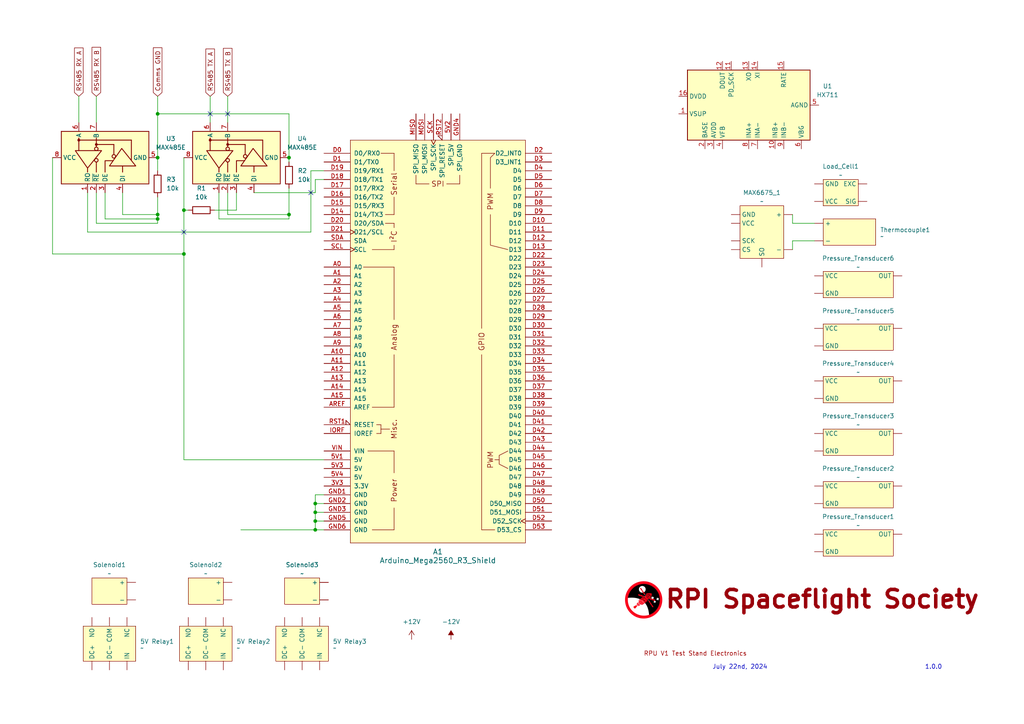
<source format=kicad_sch>
(kicad_sch (version 20231120) (generator "eeschema") (generator_version "8.0")
  (paper "A4")
  (lib_symbols
    (symbol "5VRelay:5V_Relay"
      (property "Reference" "5V Relay" (at 0 0 0))
      (symbol "5V_Relay_0_1"
        (rectangle (start -7.62 5.08) (end 7.62 -5.08) (fill (type background)))
      )
      (symbol "5V_Relay_1_1"
        (pin input line (at 0 7.62 270) (length 2.54) (name "COM") (number ""))
        (pin input line (at -5.08 -7.62 90) (length 2.54) (name "DC+") (number ""))
        (pin input line (at 0 -7.62 90) (length 2.54) (name "DC-") (number ""))
        (pin input line (at 5.08 -7.62 90) (length 2.54) (name "IN") (number ""))
        (pin input line (at 5.08 7.62 270) (length 2.54) (name "NC") (number ""))
        (pin input line (at -5.08 7.62 270) (length 2.54) (name "NO") (number ""))
      )
    )
    (symbol "Analog_ADC:HX711"
      (property "Reference" "U" (at 5.08 21.59 0))
      (property "Value" "HX711" (at 7.62 19.05 0))
      (symbol "HX711_0_1"
        (rectangle (start -10.16 17.78) (end 10.16 -17.78) (stroke (width 0.254)) (fill (type background)))
      )
      (symbol "HX711_1_1"
        (pin power_in line (at -2.54 20.32 270) (length 2.54) (name "VSUP") (number "1"))
        (pin input line (at -12.7 -7.62 0) (length 2.54) (name "INB+") (number "10"))
        (pin input line (at 12.7 5.08 180) (length 2.54) (name "PD_SCK") (number "11"))
        (pin output line (at 12.7 7.62 180) (length 2.54) (name "DOUT") (number "12"))
        (pin passive line (at 12.7 0 180) (length 2.54) (name "XO") (number "13"))
        (pin passive line (at 12.7 -2.54 180) (length 2.54) (name "XI") (number "14"))
        (pin input line (at 12.7 -10.16 180) (length 2.54) (name "RATE") (number "15"))
        (pin power_in line (at 2.54 20.32 270) (length 2.54) (name "DVDD") (number "16"))
        (pin passive line (at -12.7 12.7 0) (length 2.54) (name "BASE") (number "2"))
        (pin power_in line (at -12.7 10.16 0) (length 2.54) (name "AVDD") (number "3"))
        (pin input line (at -12.7 7.62 0) (length 2.54) (name "VFB") (number "4"))
        (pin power_in line (at 0 -20.32 90) (length 2.54) (name "AGND") (number "5"))
        (pin passive line (at -12.7 -15.24 0) (length 2.54) (name "VBG") (number "6"))
        (pin input line (at -12.7 -2.54 0) (length 2.54) (name "INA-") (number "7"))
        (pin input line (at -12.7 0 0) (length 2.54) (name "INA+") (number "8"))
        (pin input line (at -12.7 -10.16 0) (length 2.54) (name "INB-") (number "9"))
      )
    )
    (symbol "Device:R" (pin_numbers hide) (pin_names (offset 0))
      (property "Reference" "R" (at 2.032 0 90))
      (property "Value" "R" (at 0 0 90))
      (symbol "R_0_1"
        (rectangle (start -1.016 -2.54) (end 1.016 2.54) (stroke (width 0.254)))
      )
      (symbol "R_1_1"
        (pin passive line (at 0 3.81 270) (length 1.27) (name "~") (number "1"))
        (pin passive line (at 0 -3.81 90) (length 1.27) (name "~") (number "2"))
      )
    )
    (symbol "Interface_UART:MAX485E"
      (property "Reference" "U" (at -6.985 13.97 0))
      (property "Value" "MAX485E" (at 1.905 13.97 0))
      (symbol "MAX485E_0_1"
        (rectangle (start -7.62 12.7) (end 7.62 -12.7) (stroke (width 0.254)) (fill (type background)))
        (polyline (pts (xy -4.191 2.54) (xy -1.27 2.54)) (stroke (width 0.254)))
        (polyline (pts (xy -2.54 -5.08) (xy -4.191 -5.08)) (stroke (width 0.254)))
        (polyline (pts (xy -0.635 -7.62) (xy 5.08 -7.62)) (stroke (width 0.254)))
        (polyline (pts (xy 0.889 -2.54) (xy 3.81 -2.54)) (stroke (width 0.254)))
        (polyline (pts (xy 2.032 7.62) (xy 5.715 7.62)) (stroke (width 0.254)))
        (polyline (pts (xy 3.048 2.54) (xy 5.715 2.54)) (stroke (width 0.254)))
        (polyline (pts (xy 3.81 -2.54) (xy 3.81 2.54)) (stroke (width 0.254)))
        (polyline (pts (xy 5.08 -7.62) (xy 5.08 7.62)) (stroke (width 0.254)))
        (polyline (pts (xy -4.191 0) (xy -0.889 0) (xy -0.889 -2.286)) (stroke (width 0.254)))
        (polyline (pts (xy -3.175 5.08) (xy -4.191 5.08) (xy -4.064 5.08)) (stroke (width 0.254)))
        (polyline (pts (xy -2.413 -5.08) (xy -2.413 -1.27) (xy 2.667 -4.826) (xy -2.413 -8.89) (xy -2.413 -5.08)) (stroke (width 0.254)))
        (circle (center 0.381 -2.54) (radius 0.508) (stroke (width 0.254)))
        (circle (center 3.81 2.54) (radius 0.2794) (stroke (width 0.254)) (fill (type outline)))
      )
      (symbol "MAX485E_1_1"
        (circle (center -0.762 2.54) (radius 0.508) (stroke (width 0.254)))
        (polyline (pts (xy 2.032 4.826) (xy 2.032 8.636) (xy -3.048 5.08) (xy 2.032 1.016) (xy 2.032 4.826)) (stroke (width 0.254)))
        (circle (center 2.54 2.54) (radius 0.508) (stroke (width 0.254)))
        (circle (center 5.08 7.62) (radius 0.2794) (stroke (width 0.254)) (fill (type outline)))
        (pin output line (at -10.16 5.08 0) (length 2.54) (name "RO") (number "1"))
        (pin input line (at -10.16 2.54 0) (length 2.54) (name "~{RE}") (number "2"))
        (pin input line (at -10.16 0 0) (length 2.54) (name "DE") (number "3"))
        (pin input line (at -10.16 -5.08 0) (length 2.54) (name "DI") (number "4"))
        (pin power_in line (at 0 -15.24 90) (length 2.54) (name "GND") (number "5"))
        (pin bidirectional line (at 10.16 7.62 180) (length 2.54) (name "A") (number "6"))
        (pin bidirectional line (at 10.16 2.54 180) (length 2.54) (name "B") (number "7"))
        (pin power_in line (at 0 15.24 270) (length 2.54) (name "VCC") (number "8"))
      )
    )
    (symbol "MAX6675:MAX6675"
      (property "Reference" "MAX6675" (at 0 0 0))
      (symbol "MAX6675_0_1"
        (rectangle (start -6.35 7.62) (end 6.35 -7.62) (fill (type background)))
      )
      (symbol "MAX6675_1_1"
        (pin input line (at 8.89 5.08 180) (length 2.54) (name "+") (number ""))
        (pin input line (at 8.89 -5.08 180) (length 2.54) (name "-") (number ""))
        (pin input line (at -8.89 -5.08 0) (length 2.54) (name "CS") (number ""))
        (pin input line (at -8.89 5.08 0) (length 2.54) (name "GND") (number ""))
        (pin input line (at -8.89 -2.54 0) (length 2.54) (name "SCK") (number ""))
        (pin input line (at 0 -10.16 90) (length 2.54) (name "SO") (number ""))
        (pin input line (at -8.89 2.54 0) (length 2.54) (name "VCC") (number ""))
      )
    )
    (symbol "Sensors:Load_Cell"
      (property "Reference" "Load_Cell" (at 0 0 0))
      (symbol "Load_Cell_0_1"
        (rectangle (start -5.08 3.81) (end 5.08 -3.81) (fill (type background)))
      )
      (symbol "Load_Cell_1_1"
        (pin input line (at 7.62 2.54 180) (length 2.54) (name "EXC") (number ""))
        (pin input line (at -7.62 2.54 0) (length 2.54) (name "GND") (number ""))
        (pin input line (at 7.62 -2.54 180) (length 2.54) (name "SIG") (number ""))
        (pin input line (at -7.62 -2.54 0) (length 2.54) (name "VCC") (number ""))
      )
    )
    (symbol "Sensors:Pressure_Transducer"
      (property "Reference" "Pressure_Transducer" (at 0 0 0))
      (symbol "Pressure_Transducer_0_1"
        (rectangle (start -10.16 3.81) (end 10.16 -3.81) (fill (type background)))
      )
      (symbol "Pressure_Transducer_1_1"
        (pin input line (at -12.7 -2.54 0) (length 2.54) (name "GND") (number ""))
        (pin input line (at 12.7 2.54 180) (length 2.54) (name "OUT") (number ""))
        (pin input line (at -12.7 2.54 0) (length 2.54) (name "VCC") (number ""))
      )
    )
    (symbol "Sensors:Thermocouple"
      (property "Reference" "Thermocouple" (at 0 0 0))
      (symbol "Thermocouple_0_1"
        (rectangle (start -7.62 3.81) (end 7.62 -3.81) (fill (type background)))
      )
      (symbol "Thermocouple_1_1"
        (pin input line (at -10.16 2.54 0) (length 2.54) (name "+") (number ""))
        (pin input line (at -10.16 -2.54 0) (length 2.54) (name "-") (number ""))
      )
    )
    (symbol "Solenoids:Solenoid"
      (property "Reference" "Solenoid" (at 0 0 0))
      (symbol "Solenoid_0_1"
        (rectangle (start -5.08 3.81) (end 5.08 -3.81) (fill (type background)))
      )
      (symbol "Solenoid_1_1"
        (pin input line (at 7.62 2.54 180) (length 2.54) (name "+") (number ""))
        (pin input line (at 7.62 -2.54 180) (length 2.54) (name "-") (number ""))
      )
    )
    (symbol "arduino-library:Arduino_Mega2560_R3_Shield" (pin_names (offset 1.016))
      (property "Reference" "A" (at 0 -62.23 0))
      (property "Value" "Arduino_Mega2560_R3_Shield" (at 0 -66.04 0))
      (symbol "Arduino_Mega2560_R3_Shield_0_0"
        (rectangle (start -25.4 -58.42) (end 25.4 58.42) (fill (type background)))
        (rectangle (start -20.32 -31.75) (end -12.7 -31.75))
        (rectangle (start -19.05 -54.61) (end -12.7 -54.61))
        (rectangle (start -19.05 -19.05) (end -12.7 -19.05))
        (rectangle (start -19.05 26.67) (end -12.7 26.67))
        (rectangle (start -17.78 -26.67) (end -16.51 -26.67))
        (rectangle (start -17.78 -24.13) (end -16.51 -24.13))
        (rectangle (start -16.51 -25.4) (end -13.97 -25.4))
        (rectangle (start -16.51 -24.13) (end -16.51 -26.67))
        (rectangle (start -16.51 54.61) (end -12.7 54.61))
        (rectangle (start -15.24 34.29) (end -12.7 34.29))
        (rectangle (start -15.24 36.83) (end -12.7 36.83))
        (rectangle (start -12.7 -54.61) (end -12.7 -48.26))
        (rectangle (start -12.7 -31.75) (end -12.7 -38.1))
        (rectangle (start -12.7 26.67) (end -12.7 27.94))
        (rectangle (start -12.7 34.29) (end -12.7 33.02))
        (rectangle (start -12.7 41.91) (end -12.7 36.83))
        (rectangle (start -12.7 49.53) (end -12.7 54.61))
        (rectangle (start -6.35 48.26) (end -6.35 45.72))
        (rectangle (start -2.54 45.72) (end -6.35 45.72))
        (polyline (pts (xy -21.59 21.59) (xy -12.7 21.59)))
        (polyline (pts (xy -12.7 -19.05) (xy -12.7 -3.81)))
        (polyline (pts (xy -12.7 6.35) (xy -12.7 21.59)))
        (polyline (pts (xy 12.7 -54.61) (xy 16.51 -54.61)))
        (polyline (pts (xy 12.7 54.61) (xy 16.51 54.61)))
        (polyline (pts (xy 17.78 -34.29) (xy 16.51 -34.29)))
        (polyline (pts (xy 15.24 36.83) (xy 15.24 27.94) (xy 20.32 26.67)))
        (polyline (pts (xy 15.24 44.45) (xy 15.24 53.34) (xy 16.51 54.61)))
        (polyline (pts (xy 20.32 -31.75) (xy 17.78 -33.02) (xy 17.78 -35.56) (xy 20.32 -36.83)))
        (rectangle (start 6.35 45.72) (end 2.54 45.72))
        (rectangle (start 6.35 48.26) (end 6.35 45.72))
        (text "Analog" (at -12.7 1.27 900) (effects (font (size 1.524 1.524))))
        (text "I²C" (at -12.7 30.48 900) (effects (font (size 1.524 1.524))))
        (text "Misc." (at -12.7 -25.4 900) (effects (font (size 1.524 1.524))))
        (text "Power" (at -12.7 -43.18 900) (effects (font (size 1.524 1.524))))
        (text "PWM" (at 15.24 -34.29 900) (effects (font (size 1.524 1.524))))
        (text "PWM" (at 15.24 40.64 900) (effects (font (size 1.524 1.524))))
        (text "Serial" (at -12.7 45.72 900) (effects (font (size 1.524 1.524))))
        (text "SPI" (at 0 45.72 0) (effects (font (size 1.524 1.524))))
      )
      (symbol "Arduino_Mega2560_R3_Shield_1_0"
        (rectangle (start 12.7 -54.61) (end 12.7 -3.81))
        (rectangle (start 12.7 54.61) (end 12.7 3.81))
        (text "GPIO" (at 12.7 0 900) (effects (font (size 1.524 1.524))))
      )
      (symbol "Arduino_Mega2560_R3_Shield_1_1"
        (pin power_out line (at -33.02 -41.91 0) (length 7.62) (name "3.3V") (number "3V3"))
        (pin power_in line (at -33.02 -34.29 0) (length 7.62) (name "5V") (number "5V1"))
        (pin power_in line (at 3.81 66.04 270) (length 7.62) (name "SPI_5V") (number "5V2"))
        (pin power_in line (at -33.02 -36.83 0) (length 7.62) (name "5V") (number "5V3"))
        (pin power_in line (at -33.02 -39.37 0) (length 7.62) (name "5V") (number "5V4"))
        (pin bidirectional line (at -33.02 21.59 0) (length 7.62) (name "A0") (number "A0"))
        (pin bidirectional line (at -33.02 19.05 0) (length 7.62) (name "A1") (number "A1"))
        (pin bidirectional line (at -33.02 -3.81 0) (length 7.62) (name "A10") (number "A10"))
        (pin bidirectional line (at -33.02 -6.35 0) (length 7.62) (name "A11") (number "A11"))
        (pin bidirectional line (at -33.02 -8.89 0) (length 7.62) (name "A12") (number "A12"))
        (pin bidirectional line (at -33.02 -11.43 0) (length 7.62) (name "A13") (number "A13"))
        (pin bidirectional line (at -33.02 -13.97 0) (length 7.62) (name "A14") (number "A14"))
        (pin bidirectional line (at -33.02 -16.51 0) (length 7.62) (name "A15") (number "A15"))
        (pin bidirectional line (at -33.02 16.51 0) (length 7.62) (name "A2") (number "A2"))
        (pin bidirectional line (at -33.02 13.97 0) (length 7.62) (name "A3") (number "A3"))
        (pin bidirectional line (at -33.02 11.43 0) (length 7.62) (name "A4") (number "A4"))
        (pin bidirectional line (at -33.02 8.89 0) (length 7.62) (name "A5") (number "A5"))
        (pin bidirectional line (at -33.02 6.35 0) (length 7.62) (name "A6") (number "A6"))
        (pin bidirectional line (at -33.02 3.81 0) (length 7.62) (name "A7") (number "A7"))
        (pin bidirectional line (at -33.02 1.27 0) (length 7.62) (name "A8") (number "A8"))
        (pin bidirectional line (at -33.02 -1.27 0) (length 7.62) (name "A9") (number "A9"))
        (pin input line (at -33.02 -19.05 0) (length 7.62) (name "AREF") (number "AREF"))
        (pin bidirectional line (at -33.02 54.61 0) (length 7.62) (name "D0/RX0") (number "D0"))
        (pin bidirectional line (at -33.02 52.07 0) (length 7.62) (name "D1/TX0") (number "D1"))
        (pin bidirectional line (at 33.02 34.29 180) (length 7.62) (name "D10") (number "D10"))
        (pin bidirectional line (at 33.02 31.75 180) (length 7.62) (name "D11") (number "D11"))
        (pin bidirectional line (at 33.02 29.21 180) (length 7.62) (name "D12") (number "D12"))
        (pin bidirectional line (at 33.02 26.67 180) (length 7.62) (name "D13") (number "D13"))
        (pin bidirectional line (at -33.02 36.83 0) (length 7.62) (name "D14/TX3") (number "D14"))
        (pin bidirectional line (at -33.02 39.37 0) (length 7.62) (name "D15/RX3") (number "D15"))
        (pin bidirectional line (at -33.02 41.91 0) (length 7.62) (name "D16/TX2") (number "D16"))
        (pin bidirectional line (at -33.02 44.45 0) (length 7.62) (name "D17/RX2") (number "D17"))
        (pin bidirectional line (at -33.02 46.99 0) (length 7.62) (name "D18/TX1") (number "D18"))
        (pin bidirectional line (at -33.02 49.53 0) (length 7.62) (name "D19/RX1") (number "D19"))
        (pin bidirectional line (at 33.02 54.61 180) (length 7.62) (name "D2_INT0") (number "D2"))
        (pin bidirectional line (at -33.02 34.29 0) (length 7.62) (name "D20/SDA") (number "D20"))
        (pin bidirectional clock (at -33.02 31.75 0) (length 7.62) (name "D21/SCL") (number "D21"))
        (pin bidirectional line (at 33.02 24.13 180) (length 7.62) (name "D22") (number "D22"))
        (pin bidirectional line (at 33.02 21.59 180) (length 7.62) (name "D23") (number "D23"))
        (pin bidirectional line (at 33.02 19.05 180) (length 7.62) (name "D24") (number "D24"))
        (pin bidirectional line (at 33.02 16.51 180) (length 7.62) (name "D25") (number "D25"))
        (pin bidirectional line (at 33.02 13.97 180) (length 7.62) (name "D26") (number "D26"))
        (pin bidirectional line (at 33.02 11.43 180) (length 7.62) (name "D27") (number "D27"))
        (pin bidirectional line (at 33.02 8.89 180) (length 7.62) (name "D28") (number "D28"))
        (pin bidirectional line (at 33.02 6.35 180) (length 7.62) (name "D29") (number "D29"))
        (pin bidirectional line (at 33.02 52.07 180) (length 7.62) (name "D3_INT1") (number "D3"))
        (pin bidirectional line (at 33.02 3.81 180) (length 7.62) (name "D30") (number "D30"))
        (pin bidirectional line (at 33.02 1.27 180) (length 7.62) (name "D31") (number "D31"))
        (pin bidirectional line (at 33.02 -1.27 180) (length 7.62) (name "D32") (number "D32"))
        (pin bidirectional line (at 33.02 -3.81 180) (length 7.62) (name "D33") (number "D33"))
        (pin bidirectional line (at 33.02 -6.35 180) (length 7.62) (name "D34") (number "D34"))
        (pin bidirectional line (at 33.02 -8.89 180) (length 7.62) (name "D35") (number "D35"))
        (pin bidirectional line (at 33.02 -11.43 180) (length 7.62) (name "D36") (number "D36"))
        (pin bidirectional line (at 33.02 -13.97 180) (length 7.62) (name "D37") (number "D37"))
        (pin bidirectional line (at 33.02 -16.51 180) (length 7.62) (name "D38") (number "D38"))
        (pin bidirectional line (at 33.02 -19.05 180) (length 7.62) (name "D39") (number "D39"))
        (pin bidirectional line (at 33.02 49.53 180) (length 7.62) (name "D4") (number "D4"))
        (pin bidirectional line (at 33.02 -21.59 180) (length 7.62) (name "D40") (number "D40"))
        (pin bidirectional line (at 33.02 -24.13 180) (length 7.62) (name "D41") (number "D41"))
        (pin bidirectional line (at 33.02 -26.67 180) (length 7.62) (name "D42") (number "D42"))
        (pin bidirectional line (at 33.02 -29.21 180) (length 7.62) (name "D43") (number "D43"))
        (pin bidirectional line (at 33.02 -31.75 180) (length 7.62) (name "D44") (number "D44"))
        (pin bidirectional line (at 33.02 -34.29 180) (length 7.62) (name "D45") (number "D45"))
        (pin bidirectional line (at 33.02 -36.83 180) (length 7.62) (name "D46") (number "D46"))
        (pin bidirectional line (at 33.02 -39.37 180) (length 7.62) (name "D47") (number "D47"))
        (pin bidirectional line (at 33.02 -41.91 180) (length 7.62) (name "D48") (number "D48"))
        (pin bidirectional line (at 33.02 -44.45 180) (length 7.62) (name "D49") (number "D49"))
        (pin bidirectional line (at 33.02 46.99 180) (length 7.62) (name "D5") (number "D5"))
        (pin bidirectional line (at 33.02 -46.99 180) (length 7.62) (name "D50_MISO") (number "D50"))
        (pin bidirectional line (at 33.02 -49.53 180) (length 7.62) (name "D51_MOSI") (number "D51"))
        (pin bidirectional clock (at 33.02 -52.07 180) (length 7.62) (name "D52_SCK") (number "D52"))
        (pin bidirectional line (at 33.02 -54.61 180) (length 7.62) (name "D53_CS") (number "D53"))
        (pin bidirectional line (at 33.02 44.45 180) (length 7.62) (name "D6") (number "D6"))
        (pin bidirectional line (at 33.02 41.91 180) (length 7.62) (name "D7") (number "D7"))
        (pin bidirectional line (at 33.02 39.37 180) (length 7.62) (name "D8") (number "D8"))
        (pin bidirectional line (at 33.02 36.83 180) (length 7.62) (name "D9") (number "D9"))
        (pin power_in line (at -33.02 -44.45 0) (length 7.62) (name "GND") (number "GND1"))
        (pin power_in line (at -33.02 -46.99 0) (length 7.62) (name "GND") (number "GND2"))
        (pin power_in line (at -33.02 -49.53 0) (length 7.62) (name "GND") (number "GND3"))
        (pin power_in line (at 6.35 66.04 270) (length 7.62) (name "SPI_GND") (number "GND4"))
        (pin power_in line (at -33.02 -52.07 0) (length 7.62) (name "GND") (number "GND5"))
        (pin power_in line (at -33.02 -54.61 0) (length 7.62) (name "GND") (number "GND6"))
        (pin output line (at -33.02 -26.67 0) (length 7.62) (name "IOREF") (number "IORF"))
        (pin input line (at -6.35 66.04 270) (length 7.62) (name "SPI_MISO") (number "MISO"))
        (pin output line (at -3.81 66.04 270) (length 7.62) (name "SPI_MOSI") (number "MOSI"))
        (pin open_collector input_low (at -33.02 -24.13 0) (length 7.62) (name "RESET") (number "RST1"))
        (pin open_collector input_low (at 1.27 66.04 270) (length 7.62) (name "SPI_RESET") (number "RST2"))
        (pin output clock (at -1.27 66.04 270) (length 7.62) (name "SPI_SCK") (number "SCK"))
        (pin bidirectional clock (at -33.02 26.67 0) (length 7.62) (name "SCL") (number "SCL"))
        (pin bidirectional line (at -33.02 29.21 0) (length 7.62) (name "SDA") (number "SDA"))
        (pin power_in line (at -33.02 -31.75 0) (length 7.62) (name "VIN") (number "VIN"))
      )
    )
    (symbol "power:+12V" (power) (pin_numbers hide) (pin_names (offset 0) hide)
      (property "Value" "+12V" (at 0 3.556 0))
      (symbol "+12V_0_1"
        (polyline (pts (xy -0.762 1.27) (xy 0 2.54)))
        (polyline (pts (xy 0 0) (xy 0 2.54)))
        (polyline (pts (xy 0 2.54) (xy 0.762 1.27)))
      )
      (symbol "+12V_1_1"
        (pin power_in line (at 0 0 90) (length 0) (name "~") (number "1"))
      )
    )
    (symbol "power:-12V" (power) (pin_numbers hide) (pin_names (offset 0) hide)
      (property "Value" "-12V" (at 0 3.556 0))
      (symbol "-12V_0_0"
        (pin power_in line (at 0 0 90) (length 0) (name "~") (number "1"))
      )
      (symbol "-12V_0_1"
        (polyline (pts (xy 0 0) (xy 0 1.27) (xy 0.762 1.27) (xy 0 2.54) (xy -0.762 1.27) (xy 0 1.27)) (fill (type outline)))
      )
    )
  )
  (junction (at 91.44 148.59))
  (junction (at 91.44 151.13))
  (junction (at 53.34 60.96))
  (junction (at 45.72 45.72))
  (junction (at 53.34 73.66))
  (junction (at 45.72 62.23))
  (junction (at 83.82 45.72))
  (junction (at 45.72 33.02))
  (junction (at 45.72 63.5))
  (junction (at 91.44 146.05))
  (junction (at 83.82 62.23))
  (junction (at 91.44 153.67))
  (no_connect (at 60.96 33.02))
  (no_connect (at 90.17 55.88))
  (no_connect (at 66.04 33.02))
  (no_connect (at 53.34 67.31))
  (wire (pts (xy 27.94 64.77) (xy 45.72 64.77)))
  (wire (pts (xy 83.82 63.5) (xy 83.82 62.23)))
  (wire (pts (xy 91.44 143.51) (xy 93.98 143.51)))
  (wire (pts (xy 91.44 146.05) (xy 93.98 146.05)))
  (wire (pts (xy 35.56 62.23) (xy 45.72 62.23)))
  (wire (pts (xy 30.48 55.88) (xy 30.48 63.5)))
  (wire (pts (xy 62.23 60.96) (xy 68.58 60.96)))
  (wire (pts (xy 91.44 153.67) (xy 91.44 151.13)))
  (wire (pts (xy 229.87 62.23) (xy 229.87 64.77)))
  (wire (pts (xy 53.34 60.96) (xy 54.61 60.96)))
  (wire (pts (xy 68.58 55.88) (xy 68.58 60.96)))
  (wire (pts (xy 45.72 63.5) (xy 45.72 62.23)))
  (wire (pts (xy 91.44 148.59) (xy 91.44 146.05)))
  (wire (pts (xy 60.96 27.94) (xy 60.96 35.56)))
  (wire (pts (xy 45.72 64.77) (xy 45.72 63.5)))
  (wire (pts (xy 53.34 133.35) (xy 93.98 133.35)))
  (wire (pts (xy 63.5 63.5) (xy 83.82 63.5)))
  (wire (pts (xy 90.17 67.31) (xy 90.17 49.53)))
  (wire (pts (xy 229.87 72.39) (xy 229.87 69.85)))
  (wire (pts (xy 91.44 55.88) (xy 73.66 55.88)))
  (wire (pts (xy 66.04 62.23) (xy 83.82 62.23)))
  (wire (pts (xy 35.56 55.88) (xy 35.56 62.23)))
  (wire (pts (xy 25.4 55.88) (xy 25.4 67.31)))
  (wire (pts (xy 15.24 73.66) (xy 53.34 73.66)))
  (wire (pts (xy 53.34 73.66) (xy 53.34 133.35)))
  (wire (pts (xy 45.72 33.02) (xy 45.72 45.72)))
  (wire (pts (xy 83.82 62.23) (xy 83.82 54.61)))
  (wire (pts (xy 22.86 27.94) (xy 22.86 35.56)))
  (wire (pts (xy 45.72 27.94) (xy 45.72 33.02)))
  (wire (pts (xy 27.94 27.94) (xy 27.94 35.56)))
  (wire (pts (xy 66.04 55.88) (xy 66.04 62.23)))
  (wire (pts (xy 53.34 45.72) (xy 53.34 60.96)))
  (wire (pts (xy 91.44 151.13) (xy 93.98 151.13)))
  (wire (pts (xy 53.34 60.96) (xy 53.34 73.66)))
  (wire (pts (xy 27.94 55.88) (xy 27.94 64.77)))
  (wire (pts (xy 83.82 45.72) (xy 83.82 33.02)))
  (wire (pts (xy 45.72 49.53) (xy 45.72 45.72)))
  (wire (pts (xy 66.04 27.94) (xy 66.04 35.56)))
  (wire (pts (xy 93.98 52.07) (xy 91.44 52.07)))
  (wire (pts (xy 91.44 148.59) (xy 93.98 148.59)))
  (wire (pts (xy 25.4 67.31) (xy 90.17 67.31)))
  (wire (pts (xy 229.87 64.77) (xy 236.22 64.77)))
  (wire (pts (xy 15.24 45.72) (xy 15.24 73.66)))
  (wire (pts (xy 91.44 146.05) (xy 91.44 143.51)))
  (wire (pts (xy 45.72 62.23) (xy 45.72 57.15)))
  (wire (pts (xy 30.48 63.5) (xy 45.72 63.5)))
  (wire (pts (xy 91.44 153.67) (xy 93.98 153.67)))
  (wire (pts (xy 229.87 69.85) (xy 236.22 69.85)))
  (wire (pts (xy 63.5 55.88) (xy 63.5 63.5)))
  (wire (pts (xy 83.82 46.99) (xy 83.82 45.72)))
  (wire (pts (xy 83.82 33.02) (xy 45.72 33.02)))
  (wire (pts (xy 69.85 153.67) (xy 91.44 153.67)))
  (wire (pts (xy 91.44 151.13) (xy 91.44 148.59)))
  (wire (pts (xy 91.44 52.07) (xy 91.44 55.88)))
  (wire (pts (xy 90.17 49.53) (xy 93.98 49.53)))
  (image (at 186.69 173.99) (scale 0.132736))
  (text "RPU V1 Test Stand Electronics" (exclude_from_sim yes) (at 201.676 189.738 0) (effects (font (size 1.27 1.27))))
  (text "RPI Spaceflight Society" (at 238.506 173.99 0) (effects (font (size 5.08 5.08) (thickness 1.016) (bold yes))))
  (text "July 22nd, 2024" (at 214.63 193.548 0) (effects (font (size 1.27 1.27))))
  (text "1.0.0" (at 270.764 193.548 0) (effects (font (size 1.27 1.27))))
  (global_label "RS485 TX A" (shape input) (at 60.96 27.94 90) (property "Intersheetrefs" "${INTERSHEET_REFS}" (effects (hide yes))))
  (global_label "RS485 TX B" (shape input) (at 66.04 27.94 90) (property "Intersheetrefs" "${INTERSHEET_REFS}" (effects (hide yes))))
  (global_label "RS485 RX A" (shape input) (at 22.86 27.94 90) (property "Intersheetrefs" "${INTERSHEET_REFS}" (effects (hide yes))))
  (global_label "Comms GND" (shape input) (at 45.72 27.94 90) (property "Intersheetrefs" "${INTERSHEET_REFS}" (effects (hide yes))))
  (global_label "RS485 RX B" (shape input) (at 27.94 27.94 90) (property "Intersheetrefs" "${INTERSHEET_REFS}" (effects (hide yes))))
  (symbol (lib_id "Device:R") (at 45.72 53.34 180) (unit 1)
    (property "Reference" "R3" (at 48.26 52.0699 0) (effects (justify right)))
    (property "Value" "10k" (at 48.26 54.6099 0) (effects (justify right)))
    (property "Description" "Resistor" (effects (hide yes)))
  )
  (symbol (lib_name "5VRelay:5V_Relay") (lib_id "5VRelay:5V_Relay") (at 31.75 186.69 0) (unit 1)
    (property "Reference" "5V Relay1" (at 40.64 186.0549 0) (effects (justify left)))
    (property "Value" "~" (at 40.64 187.96 0) (effects (justify left)))
  )
  (symbol (lib_id "Sensors:Load_Cell") (at 243.84 55.88 0) (unit 1)
    (property "Reference" "Load_Cell1" (at 243.84 48.26 0))
    (property "Value" "~" (at 243.84 50.8 0))
  )
  (symbol (lib_id "arduino-library:Arduino_Mega2560_R3_Shield") (at 127 99.06 0) (unit 1)
    (property "Reference" "A1" (at 127 160.02 0) (effects (font (size 1.524 1.524))))
    (property "Value" "Arduino_Mega2560_R3_Shield" (at 127 162.56 0) (effects (font (size 1.524 1.524))))
    (property "Footprint" "PCM_arduino-library:Arduino_Mega2560_R3_Shield" (effects (hide yes)))
    (property "Datasheet" "https://docs.arduino.cc/hardware/mega-2560" (effects (hide yes)))
    (property "Description" "Shield for Arduino Mega 2560 R3" (effects (hide yes)))
  )
  (symbol (lib_id "Device:R") (at 58.42 60.96 90) (unit 1)
    (property "Reference" "R1" (at 58.42 54.61 90))
    (property "Value" "10k" (at 58.42 57.15 90))
    (property "Description" "Resistor" (effects (hide yes)))
  )
  (symbol (lib_id "power:+12V") (at 119.38 185.42 0) (unit 1)
    (property "Reference" "#PWR01" (effects (hide yes)))
    (property "Value" "+12V" (at 119.38 180.34 0))
    (property "Description" "Power symbol creates a global label with name \"+12V\"" (effects (hide yes)))
  )
  (symbol (lib_name "Solenoids:Solenoid") (lib_id "Solenoids:Solenoid") (at 87.63 171.45 0) (unit 1)
    (property "Reference" "Solenoid3" (at 87.63 163.83 0))
    (property "Value" "~" (at 87.63 166.37 0))
  )
  (symbol (lib_name "5VRelay:5V_Relay") (lib_id "5VRelay:5V_Relay") (at 59.69 186.69 0) (unit 1)
    (property "Reference" "5V Relay2" (at 68.58 186.0549 0) (effects (justify left)))
    (property "Value" "~" (at 68.58 187.96 0) (effects (justify left)))
  )
  (symbol (lib_name "5VRelay:5V_Relay") (lib_id "5VRelay:5V_Relay") (at 87.63 186.69 0) (unit 1)
    (property "Reference" "5V Relay3" (at 96.52 186.0549 0) (effects (justify left)))
    (property "Value" "~" (at 96.52 187.96 0) (effects (justify left)))
  )
  (symbol (lib_name "Solenoids:Solenoid") (lib_id "Solenoids:Solenoid") (at 31.75 171.45 0) (unit 1)
    (property "Reference" "Solenoid1" (at 31.75 163.83 0))
    (property "Value" "~" (at 31.75 166.37 0))
  )
  (symbol (lib_id "MAX6675:MAX6675") (at 220.98 67.31 0) (unit 1)
    (property "Reference" "MAX6675_1" (at 220.98 55.88 0))
    (property "Value" "~" (at 220.98 58.42 0))
  )
  (symbol (lib_name "Sensors:Pressure_Transducer") (lib_id "Sensors:Pressure_Transducer") (at 248.92 143.51 0) (unit 1)
    (property "Reference" "Pressure_Transducer2" (at 248.92 135.89 0))
    (property "Value" "~" (at 248.92 138.43 0))
  )
  (symbol (lib_name "Sensors:Pressure_Transducer") (lib_id "Sensors:Pressure_Transducer") (at 248.92 157.48 0) (unit 1)
    (property "Reference" "Pressure_Transducer1" (at 248.92 149.86 0))
    (property "Value" "~" (at 248.92 152.4 0))
  )
  (symbol (lib_id "Interface_UART:MAX485E") (at 30.48 45.72 90) (unit 1)
    (property "Reference" "U3" (at 49.53 40.2238 90))
    (property "Value" "MAX485E" (at 49.53 42.7638 90))
    (property "Footprint" "Package_SO:SOIC-8_3.9x4.9mm_P1.27mm" (effects (hide yes)))
    (property "Datasheet" "https://datasheets.maximintegrated.com/en/ds/MAX1487E-MAX491E.pdf" (effects (hide yes)))
    (property "Description" "Half duplex RS-485/RS-422, 2.5 Mbps, ±15kV electro-static discharge (ESD) protection, no slew-rate, no low-power shutdown, with receiver/driver enable, 32 receiver drive capability, DIP-8 and SOIC-8" (effects (hide yes)))
  )
  (symbol (lib_name "Sensors:Pressure_Transducer") (lib_id "Sensors:Pressure_Transducer") (at 248.92 97.79 0) (unit 1)
    (property "Reference" "Pressure_Transducer5" (at 248.92 90.17 0))
    (property "Value" "~" (at 248.92 92.71 0))
  )
  (symbol (lib_name "Sensors:Pressure_Transducer") (lib_id "Sensors:Pressure_Transducer") (at 248.92 128.27 0) (unit 1)
    (property "Reference" "Pressure_Transducer3" (at 248.92 120.65 0))
    (property "Value" "~" (at 248.92 123.19 0))
  )
  (symbol (lib_id "Device:R") (at 83.82 50.8 180) (unit 1)
    (property "Reference" "R2" (at 86.36 49.5299 0) (effects (justify right)))
    (property "Value" "10k" (at 86.36 52.0699 0) (effects (justify right)))
    (property "Description" "Resistor" (effects (hide yes)))
  )
  (symbol (lib_id "Analog_ADC:HX711") (at 217.17 30.48 90) (unit 1)
    (property "Reference" "U1" (at 240.03 24.9838 90))
    (property "Value" "HX711" (at 240.03 27.5238 90))
    (property "Footprint" "Package_SO:SOP-16_3.9x9.9mm_P1.27mm" (effects (hide yes)))
    (property "Datasheet" "https://web.archive.org/web/20220615044707/https://akizukidenshi.com/download/ds/avia/hx711.pdf" (effects (hide yes)))
    (property "Description" "24-Bit Analog-to-Digital Converter (ADC) for Weight Scales" (effects (hide yes)))
  )
  (symbol (lib_name "Solenoids:Solenoid") (lib_id "Solenoids:Solenoid") (at 59.69 171.45 0) (unit 1)
    (property "Reference" "Solenoid2" (at 59.69 163.83 0))
    (property "Value" "~" (at 59.69 166.37 0))
  )
  (symbol (lib_id "power:-12V") (at 130.81 185.42 0) (unit 1)
    (property "Reference" "#PWR02" (effects (hide yes)))
    (property "Value" "-12V" (at 130.81 180.34 0))
    (property "Description" "Power symbol creates a global label with name \"-12V\"" (effects (hide yes)))
  )
  (symbol (lib_name "Sensors:Pressure_Transducer") (lib_id "Sensors:Pressure_Transducer") (at 248.92 113.03 0) (unit 1)
    (property "Reference" "Pressure_Transducer4" (at 248.92 105.41 0))
    (property "Value" "~" (at 248.92 107.95 0))
  )
  (symbol (lib_id "Sensors:Thermocouple") (at 246.38 67.31 0) (unit 1)
    (property "Reference" "Thermocouple1" (at 255.27 66.6749 0) (effects (justify left)))
    (property "Value" "~" (at 255.27 68.58 0) (effects (justify left)))
  )
  (symbol (lib_name "Sensors:Pressure_Transducer") (lib_id "Sensors:Pressure_Transducer") (at 248.92 82.55 0) (unit 1)
    (property "Reference" "Pressure_Transducer6" (at 248.92 74.93 0))
    (property "Value" "~" (at 248.92 77.47 0))
  )
  (symbol (lib_id "Interface_UART:MAX485E") (at 68.58 45.72 90) (unit 1)
    (property "Reference" "U4" (at 87.63 40.2238 90))
    (property "Value" "MAX485E" (at 87.63 42.7638 90))
    (property "Footprint" "Package_SO:SOIC-8_3.9x4.9mm_P1.27mm" (effects (hide yes)))
    (property "Datasheet" "https://datasheets.maximintegrated.com/en/ds/MAX1487E-MAX491E.pdf" (effects (hide yes)))
    (property "Description" "Half duplex RS-485/RS-422, 2.5 Mbps, ±15kV electro-static discharge (ESD) protection, no slew-rate, no low-power shutdown, with receiver/driver enable, 32 receiver drive capability, DIP-8 and SOIC-8" (effects (hide yes)))
  )
)
</source>
